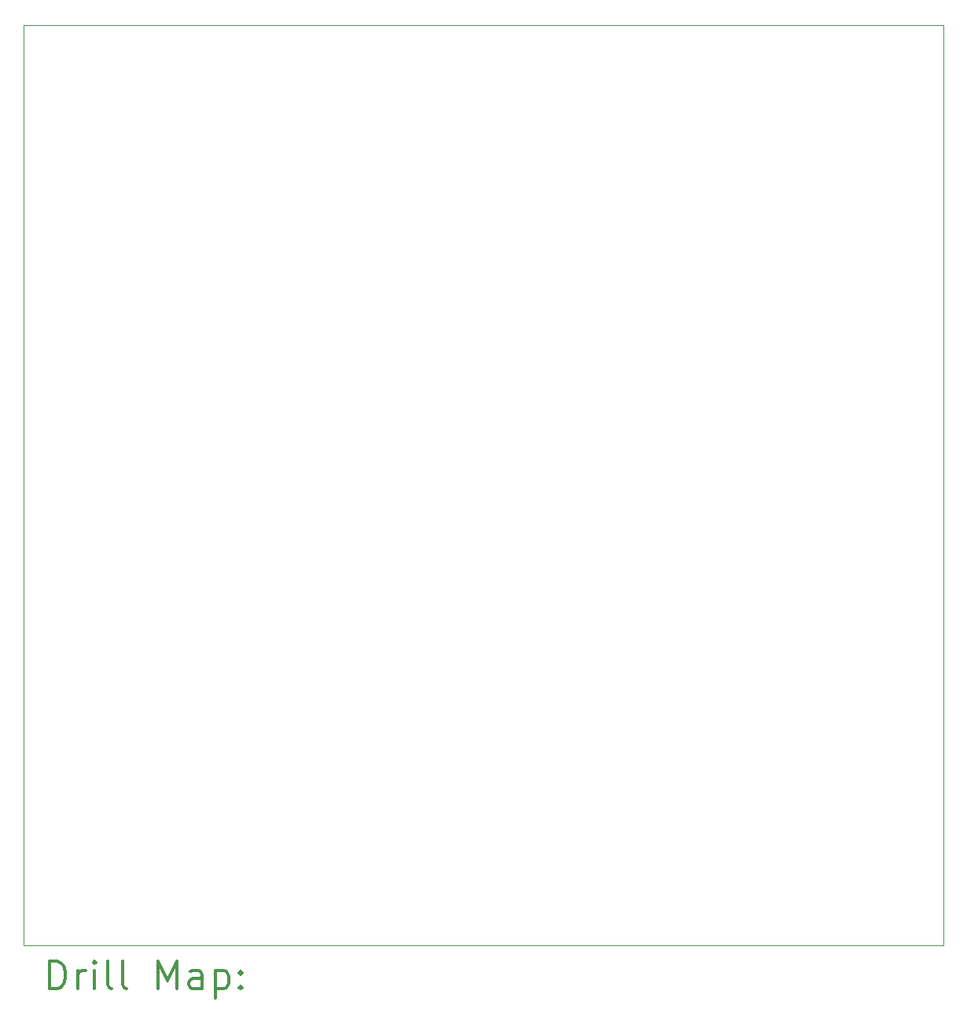
<source format=gbr>
%FSLAX45Y45*%
G04 Gerber Fmt 4.5, Leading zero omitted, Abs format (unit mm)*
G04 Created by KiCad (PCBNEW 5.1.9+dfsg1-1) date 2022-08-07 17:26:07*
%MOMM*%
%LPD*%
G01*
G04 APERTURE LIST*
%TA.AperFunction,Profile*%
%ADD10C,0.100000*%
%TD*%
%ADD11C,0.200000*%
%ADD12C,0.300000*%
G04 APERTURE END LIST*
D10*
X18669000Y-4635500D02*
X18669000Y-14541500D01*
X8763000Y-4635500D02*
X18669000Y-4635500D01*
X8763000Y-14541500D02*
X8763000Y-4635500D01*
X18669000Y-14541500D02*
X8763000Y-14541500D01*
D11*
D12*
X9044428Y-15012214D02*
X9044428Y-14712214D01*
X9115857Y-14712214D01*
X9158714Y-14726500D01*
X9187286Y-14755071D01*
X9201571Y-14783643D01*
X9215857Y-14840786D01*
X9215857Y-14883643D01*
X9201571Y-14940786D01*
X9187286Y-14969357D01*
X9158714Y-14997929D01*
X9115857Y-15012214D01*
X9044428Y-15012214D01*
X9344428Y-15012214D02*
X9344428Y-14812214D01*
X9344428Y-14869357D02*
X9358714Y-14840786D01*
X9373000Y-14826500D01*
X9401571Y-14812214D01*
X9430143Y-14812214D01*
X9530143Y-15012214D02*
X9530143Y-14812214D01*
X9530143Y-14712214D02*
X9515857Y-14726500D01*
X9530143Y-14740786D01*
X9544428Y-14726500D01*
X9530143Y-14712214D01*
X9530143Y-14740786D01*
X9715857Y-15012214D02*
X9687286Y-14997929D01*
X9673000Y-14969357D01*
X9673000Y-14712214D01*
X9873000Y-15012214D02*
X9844428Y-14997929D01*
X9830143Y-14969357D01*
X9830143Y-14712214D01*
X10215857Y-15012214D02*
X10215857Y-14712214D01*
X10315857Y-14926500D01*
X10415857Y-14712214D01*
X10415857Y-15012214D01*
X10687286Y-15012214D02*
X10687286Y-14855071D01*
X10673000Y-14826500D01*
X10644428Y-14812214D01*
X10587286Y-14812214D01*
X10558714Y-14826500D01*
X10687286Y-14997929D02*
X10658714Y-15012214D01*
X10587286Y-15012214D01*
X10558714Y-14997929D01*
X10544428Y-14969357D01*
X10544428Y-14940786D01*
X10558714Y-14912214D01*
X10587286Y-14897929D01*
X10658714Y-14897929D01*
X10687286Y-14883643D01*
X10830143Y-14812214D02*
X10830143Y-15112214D01*
X10830143Y-14826500D02*
X10858714Y-14812214D01*
X10915857Y-14812214D01*
X10944428Y-14826500D01*
X10958714Y-14840786D01*
X10973000Y-14869357D01*
X10973000Y-14955071D01*
X10958714Y-14983643D01*
X10944428Y-14997929D01*
X10915857Y-15012214D01*
X10858714Y-15012214D01*
X10830143Y-14997929D01*
X11101571Y-14983643D02*
X11115857Y-14997929D01*
X11101571Y-15012214D01*
X11087286Y-14997929D01*
X11101571Y-14983643D01*
X11101571Y-15012214D01*
X11101571Y-14826500D02*
X11115857Y-14840786D01*
X11101571Y-14855071D01*
X11087286Y-14840786D01*
X11101571Y-14826500D01*
X11101571Y-14855071D01*
M02*

</source>
